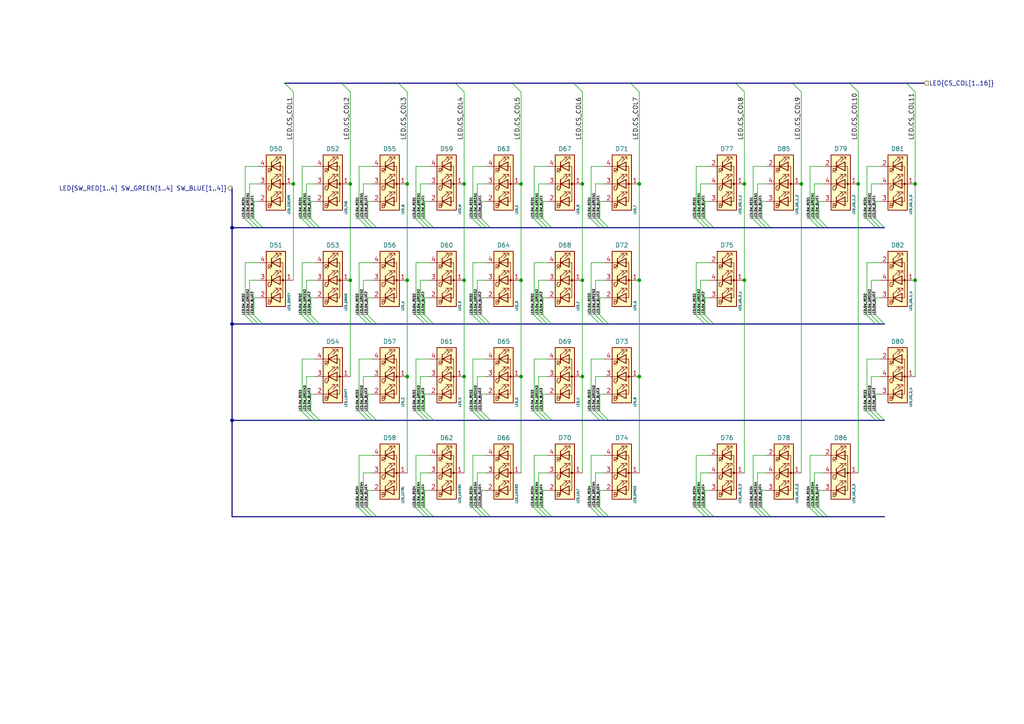
<source format=kicad_sch>
(kicad_sch (version 20211123) (generator eeschema)
  (paper "A4")
  (lib_symbols
    (symbol "Device:LED_ABGR" (pin_names (offset 0) hide)
      (property "Reference" "D" (at 0 9.398 0))
      (property "Value" "LED_ABGR" (at 0 -8.89 0))
      (symbol "LED_ABGR_0_0"
        (text "B" (at -1.905 -6.35 0) (effects (font (size 1.27 1.27))))
        (text "G" (at -1.905 -1.27 0) (effects (font (size 1.27 1.27))))
        (text "R" (at -1.905 3.81 0) (effects (font (size 1.27 1.27))))
      )
      (symbol "LED_ABGR_0_1"
        (polyline (pts (xy -1.27 -5.08) (xy -2.54 -5.08)))
        (polyline (pts (xy -1.27 -5.08) (xy 1.27 -5.08)))
        (polyline (pts (xy -1.27 -3.81) (xy -1.27 -6.35)) (stroke (width 0.254)))
        (polyline (pts (xy -1.27 0) (xy -2.54 0)))
        (polyline (pts (xy -1.27 1.27) (xy -1.27 -1.27)) (stroke (width 0.254)))
        (polyline (pts (xy -1.27 5.08) (xy -2.54 5.08)))
        (polyline (pts (xy -1.27 5.08) (xy 1.27 5.08)))
        (polyline (pts (xy -1.27 6.35) (xy -1.27 3.81)) (stroke (width 0.254)))
        (polyline (pts (xy 1.27 0) (xy -1.27 0)))
        (polyline (pts (xy 1.27 0) (xy 2.54 0)))
        (polyline (pts (xy -1.27 1.27) (xy -1.27 -1.27) (xy -1.27 -1.27)))
        (polyline (pts (xy -1.27 6.35) (xy -1.27 3.81) (xy -1.27 3.81)))
        (polyline (pts (xy 1.27 -5.08) (xy 2.032 -5.08) (xy 2.032 5.08) (xy 1.27 5.08)))
        (polyline (pts (xy 1.27 -3.81) (xy 1.27 -6.35) (xy -1.27 -5.08) (xy 1.27 -3.81)) (stroke (width 0.254)))
        (polyline (pts (xy 1.27 1.27) (xy 1.27 -1.27) (xy -1.27 0) (xy 1.27 1.27)) (stroke (width 0.254)))
        (polyline (pts (xy 1.27 6.35) (xy 1.27 3.81) (xy -1.27 5.08) (xy 1.27 6.35)) (stroke (width 0.254)))
        (polyline (pts (xy -1.016 -3.81) (xy 0.508 -2.286) (xy -0.254 -2.286) (xy 0.508 -2.286) (xy 0.508 -3.048)))
        (polyline (pts (xy -1.016 1.27) (xy 0.508 2.794) (xy -0.254 2.794) (xy 0.508 2.794) (xy 0.508 2.032)))
        (polyline (pts (xy -1.016 6.35) (xy 0.508 7.874) (xy -0.254 7.874) (xy 0.508 7.874) (xy 0.508 7.112)))
        (polyline (pts (xy 0 -3.81) (xy 1.524 -2.286) (xy 0.762 -2.286) (xy 1.524 -2.286) (xy 1.524 -3.048)))
        (polyline (pts (xy 0 1.27) (xy 1.524 2.794) (xy 0.762 2.794) (xy 1.524 2.794) (xy 1.524 2.032)))
        (polyline (pts (xy 0 6.35) (xy 1.524 7.874) (xy 0.762 7.874) (xy 1.524 7.874) (xy 1.524 7.112)))
        (rectangle (start 1.27 -1.27) (end 1.27 1.27))
        (rectangle (start 1.27 1.27) (end 1.27 1.27))
        (rectangle (start 1.27 3.81) (end 1.27 6.35))
        (rectangle (start 1.27 6.35) (end 1.27 6.35))
        (circle (center 2.032 0) (radius 0.254) (fill (type outline)))
        (rectangle (start 2.794 8.382) (end -2.794 -7.62) (stroke (width 0.254)) (fill (type background)))
      )
      (symbol "LED_ABGR_1_1"
        (pin passive line (at 5.08 0 180) (length 2.54) (name "A") (number "1"))
        (pin passive line (at -5.08 -5.08 0) (length 2.54) (name "BK") (number "2"))
        (pin passive line (at -5.08 0 0) (length 2.54) (name "GK") (number "3"))
        (pin passive line (at -5.08 5.08 0) (length 2.54) (name "RK") (number "4"))
      )
    )
    (symbol "Device:LED_ARBG" (pin_names (offset 0) hide)
      (property "Reference" "D" (at 0 9.398 0))
      (property "Value" "LED_ARBG" (at 0 -8.89 0))
      (symbol "LED_ARBG_0_0"
        (text "B" (at -1.905 -6.35 0) (effects (font (size 1.27 1.27))))
        (text "G" (at -1.905 -1.27 0) (effects (font (size 1.27 1.27))))
        (text "R" (at -1.905 3.81 0) (effects (font (size 1.27 1.27))))
      )
      (symbol "LED_ARBG_0_1"
        (polyline (pts (xy -1.27 -5.08) (xy -2.54 -5.08)))
        (polyline (pts (xy -1.27 -5.08) (xy 1.27 -5.08)))
        (polyline (pts (xy -1.27 -3.81) (xy -1.27 -6.35)) (stroke (width 0.254)))
        (polyline (pts (xy -1.27 0) (xy -2.54 0)))
        (polyline (pts (xy -1.27 1.27) (xy -1.27 -1.27)) (stroke (width 0.254)))
        (polyline (pts (xy -1.27 5.08) (xy -2.54 5.08)))
        (polyline (pts (xy -1.27 5.08) (xy 1.27 5.08)))
        (polyline (pts (xy -1.27 6.35) (xy -1.27 3.81)) (stroke (width 0.254)))
        (polyline (pts (xy 1.27 0) (xy -1.27 0)))
        (polyline (pts (xy 1.27 0) (xy 2.54 0)))
        (polyline (pts (xy -1.27 1.27) (xy -1.27 -1.27) (xy -1.27 -1.27)))
        (polyline (pts (xy -1.27 6.35) (xy -1.27 3.81) (xy -1.27 3.81)))
        (polyline (pts (xy 1.27 -5.08) (xy 2.032 -5.08) (xy 2.032 5.08) (xy 1.27 5.08)))
        (polyline (pts (xy 1.27 -3.81) (xy 1.27 -6.35) (xy -1.27 -5.08) (xy 1.27 -3.81)) (stroke (width 0.254)))
        (polyline (pts (xy 1.27 1.27) (xy 1.27 -1.27) (xy -1.27 0) (xy 1.27 1.27)) (stroke (width 0.254)))
        (polyline (pts (xy 1.27 6.35) (xy 1.27 3.81) (xy -1.27 5.08) (xy 1.27 6.35)) (stroke (width 0.254)))
        (polyline (pts (xy -1.016 -3.81) (xy 0.508 -2.286) (xy -0.254 -2.286) (xy 0.508 -2.286) (xy 0.508 -3.048)))
        (polyline (pts (xy -1.016 1.27) (xy 0.508 2.794) (xy -0.254 2.794) (xy 0.508 2.794) (xy 0.508 2.032)))
        (polyline (pts (xy -1.016 6.35) (xy 0.508 7.874) (xy -0.254 7.874) (xy 0.508 7.874) (xy 0.508 7.112)))
        (polyline (pts (xy 0 -3.81) (xy 1.524 -2.286) (xy 0.762 -2.286) (xy 1.524 -2.286) (xy 1.524 -3.048)))
        (polyline (pts (xy 0 1.27) (xy 1.524 2.794) (xy 0.762 2.794) (xy 1.524 2.794) (xy 1.524 2.032)))
        (polyline (pts (xy 0 6.35) (xy 1.524 7.874) (xy 0.762 7.874) (xy 1.524 7.874) (xy 1.524 7.112)))
        (rectangle (start 1.27 -1.27) (end 1.27 1.27))
        (rectangle (start 1.27 1.27) (end 1.27 1.27))
        (rectangle (start 1.27 3.81) (end 1.27 6.35))
        (rectangle (start 1.27 6.35) (end 1.27 6.35))
        (circle (center 2.032 0) (radius 0.254) (fill (type outline)))
        (rectangle (start 2.794 8.382) (end -2.794 -7.62) (stroke (width 0.254)) (fill (type background)))
      )
      (symbol "LED_ARBG_1_1"
        (pin passive line (at 5.08 0 180) (length 2.54) (name "A") (number "1"))
        (pin passive line (at -5.08 5.08 0) (length 2.54) (name "RK") (number "2"))
        (pin passive line (at -5.08 -5.08 0) (length 2.54) (name "BK") (number "3"))
        (pin passive line (at -5.08 0 0) (length 2.54) (name "GK") (number "4"))
      )
    )
  )
  (junction (at 185.42 53.34))
  (junction (at 215.9 53.34))
  (junction (at 118.11 109.22))
  (junction (at 215.9 81.28))
  (junction (at 265.43 53.34))
  (junction (at 101.6 53.34))
  (junction (at 265.43 81.28))
  (junction (at 67.31 121.92))
  (junction (at 185.42 81.28))
  (junction (at 85.09 53.34))
  (junction (at 168.91 53.34))
  (junction (at 134.62 81.28))
  (junction (at 168.91 81.28))
  (junction (at 134.62 109.22))
  (junction (at 67.31 66.04))
  (junction (at 248.92 53.34))
  (junction (at 134.62 53.34))
  (junction (at 151.13 109.22))
  (junction (at 168.91 109.22))
  (junction (at 151.13 81.28))
  (junction (at 67.31 93.98))
  (junction (at 151.13 53.34))
  (junction (at 118.11 81.28))
  (junction (at 185.42 109.22))
  (junction (at 232.41 53.34))
  (junction (at 101.6 81.28))
  (junction (at 118.11 53.34))
  (bus_entry (at 172.72 91.44) (size 2.54 2.54))
  (bus_entry (at 254 63.5) (size 2.54 2.54))
  (bus_entry (at 106.68 147.32) (size 2.54 2.54))
  (bus_entry (at 139.7 119.38) (size 2.54 2.54))
  (bus_entry (at 173.99 119.38) (size 2.54 2.54))
  (bus_entry (at 156.21 119.38) (size 2.54 2.54))
  (bus_entry (at 90.17 119.38) (size 2.54 2.54))
  (bus_entry (at 139.7 147.32) (size 2.54 2.54))
  (bus_entry (at 72.39 91.44) (size 2.54 2.54))
  (bus_entry (at 219.71 63.5) (size 2.54 2.54))
  (bus_entry (at 120.65 147.32) (size 2.54 2.54))
  (bus_entry (at 157.48 119.38) (size 2.54 2.54))
  (bus_entry (at 105.41 147.32) (size 2.54 2.54))
  (bus_entry (at 204.47 147.32) (size 2.54 2.54))
  (bus_entry (at 88.9 91.44) (size 2.54 2.54))
  (bus_entry (at 137.16 91.44) (size 2.54 2.54))
  (bus_entry (at 121.92 147.32) (size 2.54 2.54))
  (bus_entry (at 220.98 147.32) (size 2.54 2.54))
  (bus_entry (at 104.14 91.44) (size 2.54 2.54))
  (bus_entry (at 237.49 63.5) (size 2.54 2.54))
  (bus_entry (at 138.43 119.38) (size 2.54 2.54))
  (bus_entry (at 171.45 91.44) (size 2.54 2.54))
  (bus_entry (at 236.22 147.32) (size 2.54 2.54))
  (bus_entry (at 234.95 63.5) (size 2.54 2.54))
  (bus_entry (at 139.7 91.44) (size 2.54 2.54))
  (bus_entry (at 157.48 91.44) (size 2.54 2.54))
  (bus_entry (at 123.19 119.38) (size 2.54 2.54))
  (bus_entry (at 251.46 63.5) (size 2.54 2.54))
  (bus_entry (at 172.72 119.38) (size 2.54 2.54))
  (bus_entry (at 154.94 91.44) (size 2.54 2.54))
  (bus_entry (at 138.43 91.44) (size 2.54 2.54))
  (bus_entry (at 156.21 147.32) (size 2.54 2.54))
  (bus_entry (at 120.65 91.44) (size 2.54 2.54))
  (bus_entry (at 73.66 91.44) (size 2.54 2.54))
  (bus_entry (at 156.21 91.44) (size 2.54 2.54))
  (bus_entry (at 172.72 147.32) (size 2.54 2.54))
  (bus_entry (at 123.19 91.44) (size 2.54 2.54))
  (bus_entry (at 71.12 91.44) (size 2.54 2.54))
  (bus_entry (at 87.63 119.38) (size 2.54 2.54))
  (bus_entry (at 173.99 147.32) (size 2.54 2.54))
  (bus_entry (at 104.14 147.32) (size 2.54 2.54))
  (bus_entry (at 254 91.44) (size 2.54 2.54))
  (bus_entry (at 236.22 63.5) (size 2.54 2.54))
  (bus_entry (at 154.94 147.32) (size 2.54 2.54))
  (bus_entry (at 171.45 119.38) (size 2.54 2.54))
  (bus_entry (at 251.46 91.44) (size 2.54 2.54))
  (bus_entry (at 173.99 91.44) (size 2.54 2.54))
  (bus_entry (at 203.2 147.32) (size 2.54 2.54))
  (bus_entry (at 154.94 119.38) (size 2.54 2.54))
  (bus_entry (at 137.16 119.38) (size 2.54 2.54))
  (bus_entry (at 218.44 63.5) (size 2.54 2.54))
  (bus_entry (at 252.73 63.5) (size 2.54 2.54))
  (bus_entry (at 106.68 119.38) (size 2.54 2.54))
  (bus_entry (at 182.88 24.13) (size 2.54 2.54))
  (bus_entry (at 213.36 24.13) (size 2.54 2.54))
  (bus_entry (at 229.87 24.13) (size 2.54 2.54))
  (bus_entry (at 166.37 24.13) (size 2.54 2.54))
  (bus_entry (at 148.59 24.13) (size 2.54 2.54))
  (bus_entry (at 99.06 24.13) (size 2.54 2.54))
  (bus_entry (at 132.08 24.13) (size 2.54 2.54))
  (bus_entry (at 115.57 24.13) (size 2.54 2.54))
  (bus_entry (at 82.55 24.13) (size 2.54 2.54))
  (bus_entry (at 157.48 147.32) (size 2.54 2.54))
  (bus_entry (at 123.19 147.32) (size 2.54 2.54))
  (bus_entry (at 121.92 91.44) (size 2.54 2.54))
  (bus_entry (at 106.68 91.44) (size 2.54 2.54))
  (bus_entry (at 220.98 63.5) (size 2.54 2.54))
  (bus_entry (at 120.65 119.38) (size 2.54 2.54))
  (bus_entry (at 234.95 147.32) (size 2.54 2.54))
  (bus_entry (at 121.92 119.38) (size 2.54 2.54))
  (bus_entry (at 204.47 63.5) (size 2.54 2.54))
  (bus_entry (at 201.93 63.5) (size 2.54 2.54))
  (bus_entry (at 203.2 63.5) (size 2.54 2.54))
  (bus_entry (at 204.47 91.44) (size 2.54 2.54))
  (bus_entry (at 203.2 91.44) (size 2.54 2.54))
  (bus_entry (at 154.94 63.5) (size 2.54 2.54))
  (bus_entry (at 139.7 63.5) (size 2.54 2.54))
  (bus_entry (at 138.43 63.5) (size 2.54 2.54))
  (bus_entry (at 137.16 63.5) (size 2.54 2.54))
  (bus_entry (at 120.65 63.5) (size 2.54 2.54))
  (bus_entry (at 121.92 63.5) (size 2.54 2.54))
  (bus_entry (at 123.19 63.5) (size 2.54 2.54))
  (bus_entry (at 104.14 63.5) (size 2.54 2.54))
  (bus_entry (at 105.41 63.5) (size 2.54 2.54))
  (bus_entry (at 106.68 63.5) (size 2.54 2.54))
  (bus_entry (at 72.39 63.5) (size 2.54 2.54))
  (bus_entry (at 73.66 63.5) (size 2.54 2.54))
  (bus_entry (at 71.12 63.5) (size 2.54 2.54))
  (bus_entry (at 90.17 63.5) (size 2.54 2.54))
  (bus_entry (at 87.63 63.5) (size 2.54 2.54))
  (bus_entry (at 88.9 63.5) (size 2.54 2.54))
  (bus_entry (at 157.48 63.5) (size 2.54 2.54))
  (bus_entry (at 156.21 63.5) (size 2.54 2.54))
  (bus_entry (at 173.99 63.5) (size 2.54 2.54))
  (bus_entry (at 171.45 63.5) (size 2.54 2.54))
  (bus_entry (at 201.93 91.44) (size 2.54 2.54))
  (bus_entry (at 172.72 63.5) (size 2.54 2.54))
  (bus_entry (at 237.49 147.32) (size 2.54 2.54))
  (bus_entry (at 251.46 119.38) (size 2.54 2.54))
  (bus_entry (at 105.41 119.38) (size 2.54 2.54))
  (bus_entry (at 138.43 147.32) (size 2.54 2.54))
  (bus_entry (at 201.93 147.32) (size 2.54 2.54))
  (bus_entry (at 88.9 119.38) (size 2.54 2.54))
  (bus_entry (at 104.14 119.38) (size 2.54 2.54))
  (bus_entry (at 252.73 91.44) (size 2.54 2.54))
  (bus_entry (at 252.73 119.38) (size 2.54 2.54))
  (bus_entry (at 218.44 147.32) (size 2.54 2.54))
  (bus_entry (at 219.71 147.32) (size 2.54 2.54))
  (bus_entry (at 254 119.38) (size 2.54 2.54))
  (bus_entry (at 105.41 91.44) (size 2.54 2.54))
  (bus_entry (at 90.17 91.44) (size 2.54 2.54))
  (bus_entry (at 87.63 91.44) (size 2.54 2.54))
  (bus_entry (at 246.38 24.13) (size 2.54 2.54))
  (bus_entry (at 262.89 24.13) (size 2.54 2.54))
  (bus_entry (at 137.16 147.32) (size 2.54 2.54))
  (bus_entry (at 171.45 147.32) (size 2.54 2.54))
  (wire (pts (xy 218.44 132.08) (xy 218.44 147.32)))
  (wire (pts (xy 222.25 58.42) (xy 220.98 58.42)))
  (bus (pts (xy 222.25 66.04) (xy 223.52 66.04)))
  (wire (pts (xy 232.41 53.34) (xy 232.41 137.16)))
  (bus (pts (xy 158.75 93.98) (xy 160.02 93.98)))
  (bus (pts (xy 67.31 66.04) (xy 67.31 93.98)))
  (wire (pts (xy 156.21 137.16) (xy 156.21 147.32)))
  (bus (pts (xy 106.68 93.98) (xy 107.95 93.98)))
  (bus (pts (xy 140.97 93.98) (xy 142.24 93.98)))
  (wire (pts (xy 106.68 114.3) (xy 106.68 119.38)))
  (wire (pts (xy 74.93 86.36) (xy 73.66 86.36)))
  (wire (pts (xy 232.41 26.67) (xy 232.41 53.34)))
  (wire (pts (xy 105.41 137.16) (xy 105.41 147.32)))
  (wire (pts (xy 158.75 81.28) (xy 156.21 81.28)))
  (bus (pts (xy 238.76 149.86) (xy 240.03 149.86)))
  (wire (pts (xy 154.94 132.08) (xy 154.94 147.32)))
  (wire (pts (xy 104.14 48.26) (xy 104.14 63.5)))
  (wire (pts (xy 74.93 53.34) (xy 72.39 53.34)))
  (wire (pts (xy 205.74 142.24) (xy 204.47 142.24)))
  (bus (pts (xy 142.24 149.86) (xy 157.48 149.86)))
  (wire (pts (xy 91.44 81.28) (xy 88.9 81.28)))
  (wire (pts (xy 201.93 76.2) (xy 201.93 91.44)))
  (wire (pts (xy 201.93 132.08) (xy 201.93 147.32)))
  (wire (pts (xy 175.26 81.28) (xy 172.72 81.28)))
  (wire (pts (xy 106.68 86.36) (xy 106.68 91.44)))
  (wire (pts (xy 124.46 109.22) (xy 121.92 109.22)))
  (wire (pts (xy 124.46 137.16) (xy 121.92 137.16)))
  (wire (pts (xy 158.75 132.08) (xy 154.94 132.08)))
  (wire (pts (xy 137.16 132.08) (xy 137.16 147.32)))
  (wire (pts (xy 157.48 58.42) (xy 157.48 63.5)))
  (wire (pts (xy 87.63 104.14) (xy 87.63 119.38)))
  (bus (pts (xy 175.26 66.04) (xy 176.53 66.04)))
  (bus (pts (xy 157.48 149.86) (xy 158.75 149.86)))
  (bus (pts (xy 91.44 93.98) (xy 92.71 93.98)))
  (wire (pts (xy 203.2 137.16) (xy 203.2 147.32)))
  (wire (pts (xy 120.65 104.14) (xy 120.65 119.38)))
  (bus (pts (xy 109.22 121.92) (xy 123.19 121.92)))
  (bus (pts (xy 157.48 66.04) (xy 158.75 66.04)))
  (wire (pts (xy 118.11 81.28) (xy 118.11 109.22)))
  (wire (pts (xy 215.9 26.67) (xy 215.9 53.34)))
  (wire (pts (xy 168.91 109.22) (xy 168.91 137.16)))
  (wire (pts (xy 203.2 81.28) (xy 203.2 91.44)))
  (wire (pts (xy 121.92 137.16) (xy 121.92 147.32)))
  (wire (pts (xy 107.95 137.16) (xy 105.41 137.16)))
  (wire (pts (xy 124.46 86.36) (xy 123.19 86.36)))
  (wire (pts (xy 222.25 53.34) (xy 219.71 53.34)))
  (bus (pts (xy 67.31 149.86) (xy 106.68 149.86)))
  (bus (pts (xy 176.53 93.98) (xy 204.47 93.98)))
  (wire (pts (xy 156.21 81.28) (xy 156.21 91.44)))
  (bus (pts (xy 254 93.98) (xy 255.27 93.98)))
  (wire (pts (xy 140.97 137.16) (xy 138.43 137.16)))
  (bus (pts (xy 222.25 149.86) (xy 223.52 149.86)))
  (wire (pts (xy 134.62 109.22) (xy 134.62 137.16)))
  (wire (pts (xy 205.74 132.08) (xy 201.93 132.08)))
  (bus (pts (xy 255.27 121.92) (xy 256.54 121.92)))
  (wire (pts (xy 74.93 48.26) (xy 71.12 48.26)))
  (wire (pts (xy 140.97 114.3) (xy 139.7 114.3)))
  (wire (pts (xy 140.97 104.14) (xy 137.16 104.14)))
  (wire (pts (xy 138.43 137.16) (xy 138.43 147.32)))
  (wire (pts (xy 124.46 114.3) (xy 123.19 114.3)))
  (wire (pts (xy 238.76 48.26) (xy 234.95 48.26)))
  (wire (pts (xy 205.74 86.36) (xy 204.47 86.36)))
  (wire (pts (xy 156.21 109.22) (xy 156.21 119.38)))
  (bus (pts (xy 67.31 121.92) (xy 90.17 121.92)))
  (wire (pts (xy 139.7 142.24) (xy 139.7 147.32)))
  (wire (pts (xy 255.27 53.34) (xy 252.73 53.34)))
  (wire (pts (xy 74.93 81.28) (xy 72.39 81.28)))
  (wire (pts (xy 140.97 48.26) (xy 137.16 48.26)))
  (bus (pts (xy 238.76 66.04) (xy 240.03 66.04)))
  (bus (pts (xy 176.53 149.86) (xy 204.47 149.86)))
  (wire (pts (xy 238.76 132.08) (xy 234.95 132.08)))
  (wire (pts (xy 118.11 109.22) (xy 118.11 137.16)))
  (bus (pts (xy 262.89 24.13) (xy 267.97 24.13)))
  (wire (pts (xy 236.22 137.16) (xy 236.22 147.32)))
  (wire (pts (xy 157.48 142.24) (xy 157.48 147.32)))
  (wire (pts (xy 238.76 53.34) (xy 236.22 53.34)))
  (wire (pts (xy 124.46 76.2) (xy 120.65 76.2)))
  (wire (pts (xy 107.95 86.36) (xy 106.68 86.36)))
  (bus (pts (xy 92.71 66.04) (xy 106.68 66.04)))
  (wire (pts (xy 139.7 114.3) (xy 139.7 119.38)))
  (bus (pts (xy 132.08 24.13) (xy 148.59 24.13)))
  (bus (pts (xy 158.75 66.04) (xy 160.02 66.04)))
  (bus (pts (xy 115.57 24.13) (xy 132.08 24.13)))
  (bus (pts (xy 142.24 93.98) (xy 157.48 93.98)))
  (bus (pts (xy 148.59 24.13) (xy 166.37 24.13)))
  (bus (pts (xy 107.95 66.04) (xy 109.22 66.04)))
  (wire (pts (xy 139.7 58.42) (xy 139.7 63.5)))
  (wire (pts (xy 255.27 81.28) (xy 252.73 81.28)))
  (bus (pts (xy 90.17 93.98) (xy 91.44 93.98)))
  (wire (pts (xy 175.26 53.34) (xy 172.72 53.34)))
  (wire (pts (xy 173.99 86.36) (xy 173.99 91.44)))
  (bus (pts (xy 254 121.92) (xy 255.27 121.92)))
  (bus (pts (xy 107.95 93.98) (xy 109.22 93.98)))
  (wire (pts (xy 140.97 58.42) (xy 139.7 58.42)))
  (wire (pts (xy 252.73 81.28) (xy 252.73 91.44)))
  (wire (pts (xy 234.95 48.26) (xy 234.95 63.5)))
  (wire (pts (xy 238.76 137.16) (xy 236.22 137.16)))
  (wire (pts (xy 123.19 142.24) (xy 123.19 147.32)))
  (bus (pts (xy 123.19 93.98) (xy 124.46 93.98)))
  (wire (pts (xy 72.39 81.28) (xy 72.39 91.44)))
  (wire (pts (xy 173.99 114.3) (xy 173.99 119.38)))
  (wire (pts (xy 172.72 81.28) (xy 172.72 91.44)))
  (wire (pts (xy 248.92 26.67) (xy 248.92 53.34)))
  (bus (pts (xy 176.53 121.92) (xy 254 121.92)))
  (wire (pts (xy 124.46 104.14) (xy 120.65 104.14)))
  (wire (pts (xy 138.43 81.28) (xy 138.43 91.44)))
  (bus (pts (xy 67.31 121.92) (xy 67.31 149.86)))
  (wire (pts (xy 219.71 53.34) (xy 219.71 63.5)))
  (wire (pts (xy 134.62 26.67) (xy 134.62 53.34)))
  (wire (pts (xy 101.6 81.28) (xy 101.6 109.22)))
  (wire (pts (xy 255.27 76.2) (xy 251.46 76.2)))
  (wire (pts (xy 175.26 76.2) (xy 171.45 76.2)))
  (wire (pts (xy 185.42 26.67) (xy 185.42 53.34)))
  (wire (pts (xy 255.27 58.42) (xy 254 58.42)))
  (bus (pts (xy 158.75 149.86) (xy 160.02 149.86)))
  (bus (pts (xy 90.17 66.04) (xy 91.44 66.04)))
  (wire (pts (xy 104.14 76.2) (xy 104.14 91.44)))
  (wire (pts (xy 158.75 109.22) (xy 156.21 109.22)))
  (wire (pts (xy 137.16 76.2) (xy 137.16 91.44)))
  (wire (pts (xy 205.74 48.26) (xy 201.93 48.26)))
  (wire (pts (xy 204.47 142.24) (xy 204.47 147.32)))
  (wire (pts (xy 265.43 81.28) (xy 265.43 109.22)))
  (wire (pts (xy 255.27 114.3) (xy 254 114.3)))
  (wire (pts (xy 151.13 53.34) (xy 151.13 81.28)))
  (wire (pts (xy 251.46 48.26) (xy 251.46 63.5)))
  (bus (pts (xy 125.73 66.04) (xy 139.7 66.04)))
  (wire (pts (xy 205.74 81.28) (xy 203.2 81.28)))
  (bus (pts (xy 91.44 121.92) (xy 92.71 121.92)))
  (bus (pts (xy 82.55 24.13) (xy 99.06 24.13)))
  (wire (pts (xy 118.11 26.67) (xy 118.11 53.34)))
  (bus (pts (xy 124.46 66.04) (xy 125.73 66.04)))
  (wire (pts (xy 124.46 142.24) (xy 123.19 142.24)))
  (bus (pts (xy 107.95 121.92) (xy 109.22 121.92)))
  (wire (pts (xy 158.75 48.26) (xy 154.94 48.26)))
  (wire (pts (xy 205.74 76.2) (xy 201.93 76.2)))
  (wire (pts (xy 124.46 58.42) (xy 123.19 58.42)))
  (wire (pts (xy 73.66 58.42) (xy 73.66 63.5)))
  (bus (pts (xy 173.99 93.98) (xy 175.26 93.98)))
  (bus (pts (xy 237.49 66.04) (xy 238.76 66.04)))
  (wire (pts (xy 90.17 86.36) (xy 90.17 91.44)))
  (bus (pts (xy 220.98 66.04) (xy 222.25 66.04)))
  (bus (pts (xy 204.47 66.04) (xy 205.74 66.04)))
  (bus (pts (xy 124.46 93.98) (xy 125.73 93.98)))
  (bus (pts (xy 223.52 66.04) (xy 237.49 66.04)))
  (wire (pts (xy 254 58.42) (xy 254 63.5)))
  (bus (pts (xy 73.66 93.98) (xy 74.93 93.98)))
  (wire (pts (xy 124.46 48.26) (xy 120.65 48.26)))
  (wire (pts (xy 87.63 48.26) (xy 87.63 63.5)))
  (wire (pts (xy 107.95 48.26) (xy 104.14 48.26)))
  (wire (pts (xy 140.97 86.36) (xy 139.7 86.36)))
  (bus (pts (xy 109.22 149.86) (xy 123.19 149.86)))
  (wire (pts (xy 172.72 53.34) (xy 172.72 63.5)))
  (wire (pts (xy 215.9 81.28) (xy 215.9 137.16)))
  (wire (pts (xy 254 86.36) (xy 254 91.44)))
  (wire (pts (xy 140.97 132.08) (xy 137.16 132.08)))
  (bus (pts (xy 139.7 93.98) (xy 140.97 93.98)))
  (bus (pts (xy 255.27 66.04) (xy 256.54 66.04)))
  (bus (pts (xy 207.01 66.04) (xy 220.98 66.04)))
  (wire (pts (xy 91.44 48.26) (xy 87.63 48.26)))
  (wire (pts (xy 251.46 104.14) (xy 251.46 119.38)))
  (wire (pts (xy 124.46 53.34) (xy 121.92 53.34)))
  (bus (pts (xy 99.06 24.13) (xy 115.57 24.13)))
  (wire (pts (xy 88.9 53.34) (xy 88.9 63.5)))
  (bus (pts (xy 67.31 54.61) (xy 67.31 66.04)))
  (bus (pts (xy 106.68 149.86) (xy 107.95 149.86)))
  (wire (pts (xy 222.25 137.16) (xy 219.71 137.16)))
  (wire (pts (xy 158.75 104.14) (xy 154.94 104.14)))
  (wire (pts (xy 252.73 109.22) (xy 252.73 119.38)))
  (wire (pts (xy 175.26 109.22) (xy 172.72 109.22)))
  (wire (pts (xy 248.92 53.34) (xy 248.92 137.16)))
  (bus (pts (xy 142.24 66.04) (xy 157.48 66.04)))
  (wire (pts (xy 107.95 132.08) (xy 104.14 132.08)))
  (wire (pts (xy 172.72 109.22) (xy 172.72 119.38)))
  (bus (pts (xy 175.26 93.98) (xy 176.53 93.98)))
  (wire (pts (xy 151.13 109.22) (xy 151.13 137.16)))
  (wire (pts (xy 237.49 142.24) (xy 237.49 147.32)))
  (wire (pts (xy 222.25 132.08) (xy 218.44 132.08)))
  (wire (pts (xy 134.62 81.28) (xy 134.62 109.22)))
  (wire (pts (xy 104.14 132.08) (xy 104.14 147.32)))
  (wire (pts (xy 154.94 104.14) (xy 154.94 119.38)))
  (wire (pts (xy 218.44 48.26) (xy 218.44 63.5)))
  (wire (pts (xy 91.44 76.2) (xy 87.63 76.2)))
  (wire (pts (xy 85.09 53.34) (xy 85.09 81.28)))
  (bus (pts (xy 142.24 121.92) (xy 157.48 121.92)))
  (bus (pts (xy 160.02 121.92) (xy 173.99 121.92)))
  (wire (pts (xy 137.16 104.14) (xy 137.16 119.38)))
  (wire (pts (xy 123.19 114.3) (xy 123.19 119.38)))
  (bus (pts (xy 173.99 121.92) (xy 175.26 121.92)))
  (wire (pts (xy 118.11 53.34) (xy 118.11 81.28)))
  (wire (pts (xy 156.21 53.34) (xy 156.21 63.5)))
  (wire (pts (xy 158.75 53.34) (xy 156.21 53.34)))
  (bus (pts (xy 205.74 93.98) (xy 207.01 93.98)))
  (bus (pts (xy 205.74 66.04) (xy 207.01 66.04)))
  (wire (pts (xy 90.17 114.3) (xy 90.17 119.38)))
  (bus (pts (xy 157.48 93.98) (xy 158.75 93.98)))
  (bus (pts (xy 160.02 149.86) (xy 173.99 149.86)))
  (wire (pts (xy 121.92 81.28) (xy 121.92 91.44)))
  (bus (pts (xy 240.03 66.04) (xy 254 66.04)))
  (bus (pts (xy 139.7 121.92) (xy 140.97 121.92)))
  (bus (pts (xy 107.95 149.86) (xy 109.22 149.86)))
  (wire (pts (xy 140.97 76.2) (xy 137.16 76.2)))
  (wire (pts (xy 171.45 48.26) (xy 171.45 63.5)))
  (wire (pts (xy 205.74 53.34) (xy 203.2 53.34)))
  (wire (pts (xy 173.99 142.24) (xy 173.99 147.32)))
  (wire (pts (xy 71.12 76.2) (xy 71.12 91.44)))
  (bus (pts (xy 205.74 149.86) (xy 207.01 149.86)))
  (wire (pts (xy 140.97 53.34) (xy 138.43 53.34)))
  (wire (pts (xy 238.76 58.42) (xy 237.49 58.42)))
  (wire (pts (xy 120.65 76.2) (xy 120.65 91.44)))
  (wire (pts (xy 175.26 48.26) (xy 171.45 48.26)))
  (wire (pts (xy 171.45 76.2) (xy 171.45 91.44)))
  (wire (pts (xy 234.95 132.08) (xy 234.95 147.32)))
  (wire (pts (xy 265.43 53.34) (xy 265.43 81.28)))
  (bus (pts (xy 123.19 121.92) (xy 124.46 121.92)))
  (wire (pts (xy 107.95 109.22) (xy 105.41 109.22)))
  (wire (pts (xy 185.42 81.28) (xy 185.42 109.22)))
  (wire (pts (xy 140.97 81.28) (xy 138.43 81.28)))
  (wire (pts (xy 222.25 48.26) (xy 218.44 48.26)))
  (bus (pts (xy 158.75 121.92) (xy 160.02 121.92)))
  (bus (pts (xy 237.49 149.86) (xy 238.76 149.86)))
  (wire (pts (xy 91.44 53.34) (xy 88.9 53.34)))
  (wire (pts (xy 236.22 53.34) (xy 236.22 63.5)))
  (bus (pts (xy 220.98 149.86) (xy 222.25 149.86)))
  (wire (pts (xy 123.19 58.42) (xy 123.19 63.5)))
  (wire (pts (xy 123.19 86.36) (xy 123.19 91.44)))
  (bus (pts (xy 67.31 66.04) (xy 73.66 66.04)))
  (wire (pts (xy 107.95 142.24) (xy 106.68 142.24)))
  (wire (pts (xy 157.48 86.36) (xy 157.48 91.44)))
  (bus (pts (xy 123.19 149.86) (xy 124.46 149.86)))
  (wire (pts (xy 168.91 26.67) (xy 168.91 53.34)))
  (wire (pts (xy 107.95 58.42) (xy 106.68 58.42)))
  (wire (pts (xy 220.98 142.24) (xy 220.98 147.32)))
  (wire (pts (xy 107.95 53.34) (xy 105.41 53.34)))
  (bus (pts (xy 125.73 93.98) (xy 139.7 93.98)))
  (wire (pts (xy 175.26 137.16) (xy 172.72 137.16)))
  (wire (pts (xy 201.93 48.26) (xy 201.93 63.5)))
  (bus (pts (xy 240.03 149.86) (xy 256.54 149.86)))
  (bus (pts (xy 140.97 149.86) (xy 142.24 149.86)))
  (wire (pts (xy 175.26 114.3) (xy 173.99 114.3)))
  (wire (pts (xy 205.74 58.42) (xy 204.47 58.42)))
  (wire (pts (xy 158.75 58.42) (xy 157.48 58.42)))
  (bus (pts (xy 204.47 149.86) (xy 205.74 149.86)))
  (bus (pts (xy 175.26 149.86) (xy 176.53 149.86)))
  (wire (pts (xy 204.47 58.42) (xy 204.47 63.5)))
  (wire (pts (xy 168.91 81.28) (xy 168.91 109.22)))
  (bus (pts (xy 204.47 93.98) (xy 205.74 93.98)))
  (wire (pts (xy 139.7 86.36) (xy 139.7 91.44)))
  (wire (pts (xy 106.68 58.42) (xy 106.68 63.5)))
  (bus (pts (xy 67.31 93.98) (xy 73.66 93.98)))
  (bus (pts (xy 176.53 66.04) (xy 204.47 66.04)))
  (wire (pts (xy 120.65 132.08) (xy 120.65 147.32)))
  (wire (pts (xy 158.75 114.3) (xy 157.48 114.3)))
  (bus (pts (xy 124.46 149.86) (xy 125.73 149.86)))
  (bus (pts (xy 106.68 66.04) (xy 107.95 66.04)))
  (wire (pts (xy 72.39 53.34) (xy 72.39 63.5)))
  (wire (pts (xy 90.17 58.42) (xy 90.17 63.5)))
  (wire (pts (xy 204.47 86.36) (xy 204.47 91.44)))
  (wire (pts (xy 104.14 104.14) (xy 104.14 119.38)))
  (wire (pts (xy 171.45 132.08) (xy 171.45 147.32)))
  (wire (pts (xy 124.46 132.08) (xy 120.65 132.08)))
  (bus (pts (xy 91.44 66.04) (xy 92.71 66.04)))
  (wire (pts (xy 251.46 76.2) (xy 251.46 91.44)))
  (wire (pts (xy 140.97 142.24) (xy 139.7 142.24)))
  (wire (pts (xy 138.43 53.34) (xy 138.43 63.5)))
  (wire (pts (xy 87.63 76.2) (xy 87.63 91.44)))
  (wire (pts (xy 205.74 137.16) (xy 203.2 137.16)))
  (wire (pts (xy 107.95 81.28) (xy 105.41 81.28)))
  (wire (pts (xy 107.95 76.2) (xy 104.14 76.2)))
  (bus (pts (xy 124.46 121.92) (xy 125.73 121.92)))
  (wire (pts (xy 158.75 86.36) (xy 157.48 86.36)))
  (wire (pts (xy 158.75 76.2) (xy 154.94 76.2)))
  (bus (pts (xy 109.22 93.98) (xy 123.19 93.98)))
  (wire (pts (xy 91.44 114.3) (xy 90.17 114.3)))
  (bus (pts (xy 109.22 66.04) (xy 123.19 66.04)))
  (bus (pts (xy 74.93 66.04) (xy 76.2 66.04)))
  (wire (pts (xy 91.44 109.22) (xy 88.9 109.22)))
  (bus (pts (xy 160.02 66.04) (xy 173.99 66.04)))
  (wire (pts (xy 105.41 109.22) (xy 105.41 119.38)))
  (wire (pts (xy 71.12 48.26) (xy 71.12 63.5)))
  (bus (pts (xy 229.87 24.13) (xy 246.38 24.13)))
  (wire (pts (xy 154.94 76.2) (xy 154.94 91.44)))
  (wire (pts (xy 101.6 53.34) (xy 101.6 81.28)))
  (wire (pts (xy 175.26 104.14) (xy 171.45 104.14)))
  (wire (pts (xy 74.93 58.42) (xy 73.66 58.42)))
  (wire (pts (xy 238.76 142.24) (xy 237.49 142.24)))
  (wire (pts (xy 255.27 86.36) (xy 254 86.36)))
  (bus (pts (xy 213.36 24.13) (xy 229.87 24.13)))
  (wire (pts (xy 158.75 137.16) (xy 156.21 137.16)))
  (wire (pts (xy 105.41 53.34) (xy 105.41 63.5)))
  (bus (pts (xy 140.97 121.92) (xy 142.24 121.92)))
  (bus (pts (xy 74.93 93.98) (xy 76.2 93.98)))
  (wire (pts (xy 171.45 104.14) (xy 171.45 119.38)))
  (bus (pts (xy 223.52 149.86) (xy 237.49 149.86)))
  (wire (pts (xy 154.94 48.26) (xy 154.94 63.5)))
  (bus (pts (xy 139.7 66.04) (xy 140.97 66.04)))
  (wire (pts (xy 134.62 53.34) (xy 134.62 81.28)))
  (wire (pts (xy 203.2 53.34) (xy 203.2 63.5)))
  (wire (pts (xy 88.9 81.28) (xy 88.9 91.44)))
  (wire (pts (xy 105.41 81.28) (xy 105.41 91.44)))
  (bus (pts (xy 157.48 121.92) (xy 158.75 121.92)))
  (bus (pts (xy 92.71 93.98) (xy 106.68 93.98)))
  (wire (pts (xy 74.93 76.2) (xy 71.12 76.2)))
  (wire (pts (xy 157.48 114.3) (xy 157.48 119.38)))
  (bus (pts (xy 173.99 149.86) (xy 175.26 149.86)))
  (bus (pts (xy 182.88 24.13) (xy 213.36 24.13)))
  (wire (pts (xy 255.27 48.26) (xy 251.46 48.26)))
  (bus (pts (xy 140.97 66.04) (xy 142.24 66.04)))
  (wire (pts (xy 140.97 109.22) (xy 138.43 109.22)))
  (wire (pts (xy 101.6 26.67) (xy 101.6 53.34)))
  (wire (pts (xy 124.46 81.28) (xy 121.92 81.28)))
  (wire (pts (xy 237.49 58.42) (xy 237.49 63.5)))
  (wire (pts (xy 107.95 104.14) (xy 104.14 104.14)))
  (wire (pts (xy 265.43 26.67) (xy 265.43 53.34)))
  (bus (pts (xy 175.26 121.92) (xy 176.53 121.92)))
  (wire (pts (xy 172.72 137.16) (xy 172.72 147.32)))
  (bus (pts (xy 254 66.04) (xy 255.27 66.04)))
  (wire (pts (xy 91.44 58.42) (xy 90.17 58.42)))
  (wire (pts (xy 168.91 53.34) (xy 168.91 81.28)))
  (wire (pts (xy 173.99 58.42) (xy 173.99 63.5)))
  (wire (pts (xy 151.13 81.28) (xy 151.13 109.22)))
  (bus (pts (xy 76.2 93.98) (xy 90.17 93.98)))
  (wire (pts (xy 88.9 109.22) (xy 88.9 119.38)))
  (wire (pts (xy 121.92 53.34) (xy 121.92 63.5)))
  (wire (pts (xy 121.92 109.22) (xy 121.92 119.38)))
  (bus (pts (xy 139.7 149.86) (xy 140.97 149.86)))
  (wire (pts (xy 106.68 142.24) (xy 106.68 147.32)))
  (wire (pts (xy 120.65 48.26) (xy 120.65 63.5)))
  (wire (pts (xy 91.44 86.36) (xy 90.17 86.36)))
  (wire (pts (xy 85.09 26.67) (xy 85.09 53.34)))
  (wire (pts (xy 175.26 132.08) (xy 171.45 132.08)))
  (bus (pts (xy 173.99 66.04) (xy 175.26 66.04)))
  (wire (pts (xy 107.95 114.3) (xy 106.68 114.3)))
  (bus (pts (xy 123.19 66.04) (xy 124.46 66.04)))
  (wire (pts (xy 219.71 137.16) (xy 219.71 147.32)))
  (wire (pts (xy 175.26 142.24) (xy 173.99 142.24)))
  (wire (pts (xy 252.73 53.34) (xy 252.73 63.5)))
  (bus (pts (xy 67.31 93.98) (xy 67.31 121.92)))
  (wire (pts (xy 255.27 109.22) (xy 252.73 109.22)))
  (bus (pts (xy 92.71 121.92) (xy 106.68 121.92)))
  (bus (pts (xy 246.38 24.13) (xy 262.89 24.13)))
  (wire (pts (xy 255.27 104.14) (xy 251.46 104.14)))
  (bus (pts (xy 207.01 149.86) (xy 220.98 149.86)))
  (wire (pts (xy 158.75 142.24) (xy 157.48 142.24)))
  (wire (pts (xy 175.26 58.42) (xy 173.99 58.42)))
  (bus (pts (xy 125.73 149.86) (xy 139.7 149.86)))
  (wire (pts (xy 175.26 86.36) (xy 173.99 86.36)))
  (wire (pts (xy 215.9 53.34) (xy 215.9 81.28)))
  (wire (pts (xy 185.42 109.22) (xy 185.42 137.16)))
  (wire (pts (xy 151.13 26.67) (xy 151.13 53.34)))
  (bus (pts (xy 207.01 93.98) (xy 254 93.98)))
  (wire (pts (xy 222.25 142.24) (xy 220.98 142.24)))
  (bus (pts (xy 160.02 93.98) (xy 173.99 93.98)))
  (wire (pts (xy 254 114.3) (xy 254 119.38)))
  (wire (pts (xy 73.66 86.36) (xy 73.66 91.44)))
  (bus (pts (xy 125.73 121.92) (xy 139.7 121.92)))
  (bus (pts (xy 90.17 121.92) (xy 91.44 121.92)))
  (wire (pts (xy 185.42 53.34) (xy 185.42 81.28)))
  (bus (pts (xy 255.27 93.98) (xy 256.54 93.98)))
  (wire (pts (xy 220.98 58.42) (xy 220.98 63.5)))
  (bus (pts (xy 76.2 66.04) (xy 90.17 66.04)))
  (bus (pts (xy 106.68 121.92) (xy 107.95 121.92)))
  (wire (pts (xy 91.44 104.14) (xy 87.63 104.14)))
  (bus (pts (xy 73.66 66.04) (xy 74.93 66.04)))
  (wire (pts (xy 137.16 48.26) (xy 137.16 63.5)))
  (wire (pts (xy 138.43 109.22) (xy 138.43 119.38)))
  (bus (pts (xy 166.37 24.13) (xy 182.88 24.13)))
  (label "LED.SW_GREEN2" (at 121.92 91.44 90) (effects (font (size 0.63 0.63))))
  (label "LED.SW_RED1" (at 234.95 63.5 90) (effects (font (size 0.63 0.63))))
  (label "LED.SW_RED3" (at 104.14 119.38 90) (effects (font (size 0.63 0.63))))
  (label "LED.SW_BLUE1" (at 90.17 63.5 90) (effects (font (size 0.63 0.63))))
  (label "LED.SW_RED2" (at 137.16 91.44 90) (effects (font (size 0.63 0.63))))
  (label "LED.SW_RED1" (at 251.46 63.5 90) (effects (font (size 0.63 0.63))))
  (label "LED.SW_GREEN4" (at 236.22 147.32 90) (effects (font (size 0.63 0.63))))
  (label "LED.SW_BLUE1" (at 106.68 63.5 90) (effects (font (size 0.63 0.63))))
  (label "LED.SW_GREEN1" (at 203.2 63.5 90) (effects (font (size 0.63 0.63))))
  (label "LED.SW_GREEN3" (at 252.73 119.38 90) (effects (font (size 0.63 0.63))))
  (label "LED.SW_RED3" (at 120.65 119.38 90) (effects (font (size 0.63 0.63))))
  (label "LED.SW_RED2" (at 71.12 91.44 90) (effects (font (size 0.63 0.63))))
  (label "LED.SW_GREEN3" (at 105.41 119.38 90) (effects (font (size 0.63 0.63))))
  (label "LED.SW_GREEN4" (at 121.92 147.32 90) (effects (font (size 0.63 0.63))))
  (label "LED.SW_GREEN4" (at 172.72 147.2414 90) (effects (font (size 0.63 0.63))))
  (label "LED.SW_BLUE3" (at 157.48 119.38 90) (effects (font (size 0.63 0.63))))
  (label "LED.SW_RED2" (at 87.63 91.44 90) (effects (font (size 0.63 0.63))))
  (label "LED.SW_GREEN1" (at 252.73 63.5 90) (effects (font (size 0.63 0.63))))
  (label "LED.CS_COL1" (at 85.09 40.64 90))
  (label "LED.SW_BLUE4" (at 173.99 147.2414 90) (effects (font (size 0.63 0.63))))
  (label "LED.SW_GREEN1" (at 172.72 63.5 90) (effects (font (size 0.63 0.63))))
  (label "LED.SW_BLUE1" (at 237.49 63.5 90) (effects (font (size 0.63 0.63))))
  (label "LED.SW_BLUE1" (at 139.7 63.5 90) (effects (font (size 0.63 0.63))))
  (label "LED.CS_COL9" (at 232.41 40.64 90))
  (label "LED.SW_GREEN2" (at 138.43 91.44 90) (effects (font (size 0.63 0.63))))
  (label "LED.SW_BLUE3" (at 173.99 119.38 90) (effects (font (size 0.63 0.63))))
  (label "LED.SW_GREEN4" (at 105.41 147.32 90) (effects (font (size 0.63 0.63))))
  (label "LED.SW_GREEN1" (at 88.9 63.5 90) (effects (font (size 0.63 0.63))))
  (label "LED.SW_BLUE2" (at 73.66 91.44 90) (effects (font (size 0.63 0.63))))
  (label "LED.SW_BLUE3" (at 254 119.38 90) (effects (font (size 0.63 0.63))))
  (label "LED.SW_RED1" (at 71.12 63.5 90) (effects (font (size 0.63 0.63))))
  (label "LED.SW_BLUE4" (at 106.68 147.32 90) (effects (font (size 0.63 0.63))))
  (label "LED.CS_COL4" (at 134.62 40.64 90))
  (label "LED.SW_BLUE1" (at 220.98 63.5 90) (effects (font (size 0.63 0.63))))
  (label "LED.SW_BLUE1" (at 157.48 63.5 90) (effects (font (size 0.63 0.63))))
  (label "LED.SW_RED1" (at 154.94 63.5 90) (effects (font (size 0.63 0.63))))
  (label "LED.SW_GREEN1" (at 138.43 63.5 90) (effects (font (size 0.63 0.63))))
  (label "LED.SW_GREEN2" (at 172.72 91.3442 90) (effects (font (size 0.63 0.63))))
  (label "LED.SW_GREEN4" (at 219.71 147.32 90) (effects (font (size 0.63 0.63))))
  (label "LED.SW_GREEN3" (at 172.72 119.38 90) (effects (font (size 0.63 0.63))))
  (label "LED.SW_BLUE2" (at 90.17 91.44 90) (effects (font (size 0.63 0.63))))
  (label "LED.SW_GREEN2" (at 156.21 91.44 90) (effects (font (size 0.63 0.63))))
  (label "LED.SW_GREEN4" (at 156.21 147.32 90) (effects (font (size 0.63 0.63))))
  (label "LED.SW_RED3" (at 171.45 119.38 90) (effects (font (size 0.63 0.63))))
  (label "LED.SW_RED2" (at 154.94 91.44 90) (effects (font (size 0.63 0.63))))
  (label "LED.SW_RED2" (at 171.45 91.3442 90) (effects (font (size 0.63 0.63))))
  (label "LED.SW_GREEN1" (at 72.39 63.5 90) (effects (font (size 0.63 0.63))))
  (label "LED.SW_BLUE1" (at 173.99 63.5 90) (effects (font (size 0.63 0.63))))
  (label "LED.SW_BLUE2" (at 106.68 91.44 90) (effects (font (size 0.63 0.63))))
  (label "LED.SW_RED1" (at 137.16 63.5 90) (effects (font (size 0.63 0.63))))
  (label "LED.SW_GREEN1" (at 105.41 63.5 90) (effects (font (size 0.63 0.63))))
  (label "LED.SW_BLUE3" (at 90.17 119.38 90) (effects (font (size 0.63 0.63))))
  (label "LED.SW_RED1" (at 218.44 63.5 90) (effects (font (size 0.63 0.63))))
  (label "LED.SW_RED3" (at 87.63 119.38 90) (effects (font (size 0.63 0.63))))
  (label "LED.SW_GREEN1" (at 156.21 63.5 90) (effects (font (size 0.63 0.63))))
  (label "LED.SW_BLUE4" (at 139.7 147.32 90) (effects (font (size 0.63 0.63))))
  (label "LED.SW_GREEN4" (at 203.2 147.32 90) (effects (font (size 0.63 0.63))))
  (label "LED.SW_RED4" (at 137.16 147.32 90) (effects (font (size 0.63 0.63))))
  (label "LED.CS_COL7" (at 185.42 40.64 90))
  (label "LED.CS_COL2" (at 101.6 40.64 90))
  (label "LED.CS_COL6" (at 168.91 40.64 90))
  (label "LED.SW_RED4" (at 154.94 147.32 90) (effects (font (size 0.63 0.63))))
  (label "LED.SW_GREEN1" (at 236.22 63.5 90) (effects (font (size 0.63 0.63))))
  (label "LED.SW_GREEN2" (at 252.73 91.44 90) (effects (font (size 0.63 0.63))))
  (label "LED.CS_COL10" (at 248.92 40.64 90))
  (label "LED.SW_RED4" (at 234.95 147.32 90) (effects (font (size 0.63 0.63))))
  (label "LED.SW_RED1" (at 87.63 63.5 90) (effects (font (size 0.63 0.63))))
  (label "LED.SW_RED1" (at 171.45 63.5 90) (effects (font (size 0.63 0.63))))
  (label "LED.SW_BLUE3" (at 106.68 119.38 90) (effects (font (size 0.63 0.63))))
  (label "LED.CS_COL5" (at 151.13 40.64 90))
  (label "LED.SW_BLUE1" (at 73.66 63.5 90) (effects (font (size 0.63 0.63))))
  (label "LED.CS_COL3" (at 118.11 40.64 90))
  (label "LED.SW_RED3" (at 251.46 119.38 90) (effects (font (size 0.63 0.63))))
  (label "LED.SW_GREEN3" (at 121.92 119.38 90) (effects (font (size 0.63 0.63))))
  (label "LED.SW_BLUE4" (at 204.47 147.32 90) (effects (font (size 0.63 0.63))))
  (label "LED.SW_RED4" (at 171.45 147.2414 90) (effects (font (size 0.63 0.63))))
  (label "LED.SW_RED2" (at 104.14 91.44 90) (effects (font (size 0.63 0.63))))
  (label "LED.SW_BLUE2" (at 204.47 91.44 90) (effects (font (size 0.63 0.63))))
  (label "LED.SW_RED1" (at 201.93 63.5 90) (effects (font (size 0.63 0.63))))
  (label "LED.SW_BLUE1" (at 204.47 63.5 90) (effects (font (size 0.63 0.63))))
  (label "LED.SW_GREEN2" (at 88.9 91.44 90) (effects (font (size 0.63 0.63))))
  (label "LED.SW_BLUE2" (at 123.19 91.44 90) (effects (font (size 0.63 0.63))))
  (label "LED.SW_RED3" (at 154.94 119.38 90) (effects (font (size 0.63 0.63))))
  (label "LED.SW_RED3" (at 137.16 119.38 90) (effects (font (size 0.63 0.63))))
  (label "LED.SW_GREEN4" (at 138.43 147.32 90) (effects (font (size 0.63 0.63))))
  (label "LED.SW_GREEN1" (at 121.92 63.5 90) (effects (font (size 0.63 0.63))))
  (label "LED.SW_GREEN1" (at 219.71 63.5 90) (effects (font (size 0.63 0.63))))
  (label "LED.SW_BLUE1" (at 254 63.5 90) (effects (font (size 0.63 0.63))))
  (label "LED.SW_BLUE4" (at 237.49 147.32 90) (effects (font (size 0.63 0.63))))
  (label "LED.SW_BLUE1" (at 123.19 63.5 90) (effects (font (size 0.63 0.63))))
  (label "LED.SW_RED4" (at 120.65 147.32 90) (effects (font (size 0.63 0.63))))
  (label "LED.SW_BLUE2" (at 173.99 91.3442 90) (effects (font (size 0.63 0.63))))
  (label "LED.SW_RED2" (at 120.65 91.44 90) (effects (font (size 0.63 0.63))))
  (label "LED.SW_BLUE4" (at 157.48 147.32 90) (effects (font (size 0.63 0.63))))
  (label "LED.SW_RED2" (at 201.93 91.44 90) (effects (font (size 0.63 0.63))))
  (label "LED.SW_BLUE2" (at 254 91.44 90) (effects (font (size 0.63 0.63))))
  (label "LED.SW_GREEN3" (at 156.21 119.38 90) (effects (font (size 0.63 0.63))))
  (label "LED.SW_RED2" (at 251.46 91.44 90) (effects (font (size 0.63 0.63))))
  (label "LED.SW_GREEN3" (at 88.9 119.38 90) (effects (font (size 0.63 0.63))))
  (label "LED.CS_COL11" (at 265.43 40.64 90))
  (label "LED.SW_RED1" (at 104.14 63.5 90) (effects (font (size 0.63 0.63))))
  (label "LED.SW_RED4" (at 104.14 147.32 90) (effects (font (size 0.63 0.63))))
  (label "LED.SW_BLUE3" (at 139.7 119.38 90) (effects (font (size 0.63 0.63))))
  (label "LED.SW_BLUE2" (at 139.7 91.44 90) (effects (font (size 0.63 0.63))))
  (label "LED.SW_RED4" (at 218.44 147.32 90) (effects (font (size 0.63 0.63))))
  (label "LED.SW_BLUE4" (at 123.19 147.32 90) (effects (font (size 0.63 0.63))))
  (label "LED.SW_GREEN2" (at 203.2 91.44 90) (effects (font (size 0.63 0.63))))
  (label "LED.SW_BLUE2" (at 157.48 91.44 90) (effects (font (size 0.63 0.63))))
  (label "LED.CS_COL8" (at 215.9 40.64 90))
  (label "LED.SW_RED1" (at 120.65 63.5 90) (effects (font (size 0.63 0.63))))
  (label "LED.SW_GREEN2" (at 105.41 91.44 90) (effects (font (size 0.63 0.63))))
  (label "LED.SW_BLUE4" (at 220.98 147.32 90) (effects (font (size 0.63 0.63))))
  (label "LED.SW_RED4" (at 201.93 147.32 90) (effects (font (size 0.63 0.63))))
  (label "LED.SW_GREEN3" (at 138.43 119.38 90) (effects (font (size 0.63 0.63))))
  (label "LED.SW_BLUE3" (at 123.19 119.38 90) (effects (font (size 0.63 0.63))))
  (label "LED.SW_GREEN2" (at 72.39 91.44 90) (effects (font (size 0.63 0.63))))
  (hierarchical_label "LED{CS_COL[1..16]}" (shape input) (at 267.97 24.13 0))
  (hierarchical_label "LED{SW_RED[1..4] SW_GREEN[1..4] SW_BLUE[1..4]}" (shape output) (at 67.31 54.61 180))
  (symbol (lib_id "Device:LED_ABGR") (at 113.03 137.16 0) (unit 1)
    (property "Reference" "D58" (at 113.03 127 0))
    (property "Value" "LED_LCTRL" (at 116.84 146.05 90) (effects (font (size 0.63 0.63)) (justify left)))
    (property "Footprint" "Nour_KB:155124M173200" (effects hide))
  )
  (symbol (lib_id "Device:LED_ABGR") (at 180.34 137.16 0) (unit 1)
    (property "Reference" "D74" (at 180.34 127 0))
    (property "Value" "LED_SPACE" (at 184.15 146.05 90) (effects (font (size 0.63 0.63)) (justify left)))
    (property "Footprint" "Nour_KB:155124M173200" (effects hide))
  )
  (symbol (lib_id "Device:LED_ABGR") (at 163.83 137.16 0) (unit 1)
    (property "Reference" "D70" (at 163.83 127 0))
    (property "Value" "LED_LALT" (at 167.64 146.05 90) (effects (font (size 0.63 0.63)) (justify left)))
    (property "Footprint" "Nour_KB:155124M173200" (effects hide))
  )
  (symbol (lib_id "Device:LED_ARBG") (at 243.84 137.16 0) (unit 1)
    (property "Reference" "D86" (at 243.84 127 0))
    (property "Value" "LED_UG_2_3" (at 247.65 146.05 90) (effects (font (size 0.63 0.63)) (justify left)))
    (property "Footprint" "Nour_KB:LTRBR37G4R4S012502R18" (effects hide))
  )
  (symbol (lib_id "Device:LED_ARBG") (at 210.82 137.16 0) (unit 1)
    (property "Reference" "D76" (at 210.82 127 0))
    (property "Value" "LED_UG_2_2" (at 214.63 146.05 90) (effects (font (size 0.63 0.63)) (justify left)))
    (property "Footprint" "Nour_KB:LTRBR37G4R4S012502R18" (effects hide))
  )
  (symbol (lib_id "Device:LED_ABGR") (at 146.05 53.34 0) (unit 1)
    (property "Reference" "D63" (at 146.05 43.18 0))
    (property "Value" "LED_E" (at 149.86 62.23 90) (effects (font (size 0.63 0.63)) (justify left)))
    (property "Footprint" "Nour_KB:155124M173200" (effects hide))
  )
  (symbol (lib_id "Device:LED_ABGR") (at 129.54 137.16 0) (unit 1)
    (property "Reference" "D62" (at 129.54 127 0))
    (property "Value" "LED_LAYER1" (at 133.35 146.05 90) (effects (font (size 0.63 0.63)) (justify left)))
    (property "Footprint" "Nour_KB:155124M173200" (effects hide))
  )
  (symbol (lib_id "Device:LED_ABGR") (at 146.05 109.22 0) (unit 1)
    (property "Reference" "D65" (at 146.05 99.06 0))
    (property "Value" "LED_C" (at 149.86 118.11 90) (effects (font (size 0.63 0.63)) (justify left)))
    (property "Footprint" "Nour_KB:155124M173200" (effects hide))
  )
  (symbol (lib_id "Device:LED_ARBG") (at 210.82 53.34 0) (unit 1)
    (property "Reference" "D77" (at 210.82 43.18 0))
    (property "Value" "LED_UG_1_1" (at 214.63 62.23 90) (effects (font (size 0.63 0.63)) (justify left)))
    (property "Footprint" "Nour_KB:LTRBR37G4R4S012502R18" (effects hide))
  )
  (symbol (lib_id "Device:LED_ABGR") (at 163.83 81.28 0) (unit 1)
    (property "Reference" "D68" (at 163.83 71.12 0))
    (property "Value" "LED_F" (at 167.64 90.17 90) (effects (font (size 0.63 0.63)) (justify left)))
    (property "Footprint" "Nour_KB:155124M173200" (effects hide))
  )
  (symbol (lib_id "Device:LED_ABGR") (at 163.83 53.34 0) (unit 1)
    (property "Reference" "D67" (at 163.83 43.18 0))
    (property "Value" "LED_R" (at 167.64 62.23 90) (effects (font (size 0.63 0.63)) (justify left)))
    (property "Footprint" "Nour_KB:155124M173200" (effects hide))
  )
  (symbol (lib_id "Device:LED_ARBG") (at 260.35 109.22 0) (unit 1)
    (property "Reference" "D80" (at 260.35 99.06 0))
    (property "Value" "LED_UG_2_4" (at 264.16 118.11 90) (effects (font (size 0.63 0.63)) (justify left)))
    (property "Footprint" "Nour_KB:LTRBR37G4R4S012502R18" (effects hide))
  )
  (symbol (lib_id "Device:LED_ABGR") (at 163.83 109.22 0) (unit 1)
    (property "Reference" "D69" (at 163.83 99.06 0))
    (property "Value" "LED_V" (at 167.64 118.11 90) (effects (font (size 0.63 0.63)) (justify left)))
    (property "Footprint" "Nour_KB:155124M173200" (effects hide))
  )
  (symbol (lib_id "Device:LED_ARBG") (at 210.82 81.28 0) (unit 1)
    (property "Reference" "D75" (at 210.82 71.12 0))
    (property "Value" "LED_UG_2_1" (at 214.63 90.17 90) (effects (font (size 0.63 0.63)) (justify left)))
    (property "Footprint" "Nour_KB:LTRBR37G4R4S012502R18" (effects hide))
  )
  (symbol (lib_id "Device:LED_ARBG") (at 260.35 53.34 0) (unit 1)
    (property "Reference" "D81" (at 260.35 43.18 0))
    (property "Value" "LED_UG_1_3" (at 264.16 62.23 90) (effects (font (size 0.63 0.63)) (justify left)))
    (property "Footprint" "Nour_KB:LTRBR37G4R4S012502R18" (effects hide))
  )
  (symbol (lib_id "Device:LED_ABGR") (at 80.01 53.34 0) (unit 1)
    (property "Reference" "D50" (at 80.01 43.18 0))
    (property "Value" "LED_ESCAPE" (at 83.82 62.23 90) (effects (font (size 0.63 0.63)) (justify left)))
    (property "Footprint" "Nour_KB:155124M173200" (effects hide))
  )
  (symbol (lib_id "Device:LED_ARBG") (at 260.35 81.28 0) (unit 1)
    (property "Reference" "D82" (at 260.35 71.12 0))
    (property "Value" "LED_UG_1_4" (at 264.16 90.17 90) (effects (font (size 0.63 0.63)) (justify left)))
    (property "Footprint" "Nour_KB:LTRBR37G4R4S012502R18" (effects hide))
  )
  (symbol (lib_id "Device:LED_ABGR") (at 146.05 81.28 0) (unit 1)
    (property "Reference" "D64" (at 146.05 71.12 0))
    (property "Value" "LED_D" (at 149.86 90.17 90) (effects (font (size 0.63 0.63)) (justify left)))
    (property "Footprint" "Nour_KB:155124M173200" (effects hide))
  )
  (symbol (lib_id "Device:LED_ARBG") (at 227.33 137.16 0) (unit 1)
    (property "Reference" "D78" (at 227.33 127 0))
    (property "Value" "LED_UG_2_3" (at 231.14 146.05 90) (effects (font (size 0.63 0.63)) (justify left)))
    (property "Footprint" "Nour_KB:LTRBR37G4R4S012502R18" (effects hide))
  )
  (symbol (lib_id "Device:LED_ABGR") (at 180.34 109.22 0) (unit 1)
    (property "Reference" "D73" (at 180.34 99.06 0))
    (property "Value" "LED_B" (at 184.15 118.11 90) (effects (font (size 0.63 0.63)) (justify left)))
    (property "Footprint" "Nour_KB:155124M173200" (effects hide))
  )
  (symbol (lib_id "Device:LED_ARBG") (at 243.84 53.34 0) (unit 1)
    (property "Reference" "D79" (at 243.84 43.18 0))
    (property "Value" "LED_UG_1_2" (at 247.65 62.23 90) (effects (font (size 0.63 0.63)) (justify left)))
    (property "Footprint" "Nour_KB:LTRBR37G4R4S012502R18" (effects hide))
  )
  (symbol (lib_id "Device:LED_ABGR") (at 146.05 137.16 0) (unit 1)
    (property "Reference" "D66" (at 146.05 127 0))
    (property "Value" "LED_LAYER2" (at 149.86 146.05 90) (effects (font (size 0.63 0.63)) (justify left)))
    (property "Footprint" "Nour_KB:155124M173200" (effects hide))
  )
  (symbol (lib_id "Device:LED_ABGR") (at 113.03 53.34 0) (unit 1)
    (property "Reference" "D55" (at 113.03 43.18 0))
    (property "Value" "LED_Q" (at 116.84 62.23 90) (effects (font (size 0.63 0.63)) (justify left)))
    (property "Footprint" "Nour_KB:155124M173200" (effects hide))
  )
  (symbol (lib_id "Device:LED_ABGR") (at 96.52 53.34 0) (unit 1)
    (property "Reference" "D52" (at 96.52 43.18 0))
    (property "Value" "LED_TAB" (at 100.33 62.23 90) (effects (font (size 0.63 0.63)) (justify left)))
    (property "Footprint" "Nour_KB:155124M173200" (effects hide))
  )
  (symbol (lib_id "Device:LED_ABGR") (at 129.54 81.28 0) (unit 1)
    (property "Reference" "D60" (at 129.54 71.12 0))
    (property "Value" "LED_S" (at 133.35 90.17 90) (effects (font (size 0.63 0.63)) (justify left)))
    (property "Footprint" "Nour_KB:155124M173200" (effects hide))
  )
  (symbol (lib_id "Device:LED_ABGR") (at 80.01 81.28 0) (unit 1)
    (property "Reference" "D51" (at 80.01 71.12 0))
    (property "Value" "LED_OSKEY" (at 83.82 90.17 90) (effects (font (size 0.63 0.63)) (justify left)))
    (property "Footprint" "Nour_KB:155124M173200" (effects hide))
  )
  (symbol (lib_id "Device:LED_ABGR") (at 129.54 53.34 0) (unit 1)
    (property "Reference" "D59" (at 129.54 43.18 0))
    (property "Value" "LED_W" (at 133.35 62.23 90) (effects (font (size 0.63 0.63)) (justify left)))
    (property "Footprint" "Nour_KB:155124M173200" (effects hide))
  )
  (symbol (lib_id "Device:LED_ARBG") (at 227.33 53.34 0) (unit 1)
    (property "Reference" "D85" (at 227.33 43.18 0))
    (property "Value" "LED_UG_1_2" (at 231.14 62.23 90) (effects (font (size 0.63 0.63)) (justify left)))
    (property "Footprint" "Nour_KB:LTRBR37G4R4S012502R18" (effects hide))
  )
  (symbol (lib_id "Device:LED_ABGR") (at 96.52 81.28 0) (unit 1)
    (property "Reference" "D53" (at 96.52 71.12 0))
    (property "Value" "LED_GRAVE" (at 100.33 90.17 90) (effects (font (size 0.63 0.63)) (justify left)))
    (property "Footprint" "Nour_KB:155124M173200" (effects hide))
  )
  (symbol (lib_id "Device:LED_ABGR") (at 180.34 81.28 0) (unit 1)
    (property "Reference" "D72" (at 180.34 71.12 0))
    (property "Value" "LED_G" (at 184.15 90.17 90) (effects (font (size 0.63 0.63)) (justify left)))
    (property "Footprint" "Nour_KB:155124M173200" (effects hide))
  )
  (symbol (lib_id "Device:LED_ABGR") (at 96.52 109.22 0) (unit 1)
    (property "Reference" "D54" (at 96.52 99.06 0))
    (property "Value" "LED_LSHIFT" (at 100.33 118.11 90) (effects (font (size 0.63 0.63)) (justify left)))
    (property "Footprint" "Nour_KB:155124M173200" (effects hide))
  )
  (symbol (lib_id "Device:LED_ABGR") (at 180.34 53.34 0) (unit 1)
    (property "Reference" "D71" (at 180.34 43.18 0))
    (property "Value" "LED_T" (at 184.15 62.23 90) (effects (font (size 0.63 0.63)) (justify left)))
    (property "Footprint" "Nour_KB:155124M173200" (effects hide))
  )
  (symbol (lib_id "Device:LED_ABGR") (at 113.03 109.22 0) (unit 1)
    (property "Reference" "D57" (at 113.03 99.06 0))
    (property "Value" "LED_Z" (at 116.84 118.11 90) (effects (font (size 0.63 0.63)) (justify left)))
    (property "Footprint" "Nour_KB:155124M173200" (effects hide))
  )
  (symbol (lib_id "Device:LED_ABGR") (at 129.54 109.22 0) (unit 1)
    (property "Reference" "D61" (at 129.54 99.06 0))
    (property "Value" "LED_X" (at 133.35 118.11 90) (effects (font (size 0.63 0.63)) (justify left)))
    (property "Footprint" "Nour_KB:155124M173200" (effects hide))
  )
  (symbol (lib_id "Device:LED_ABGR") (at 113.03 81.28 0) (unit 1)
    (property "Reference" "D56" (at 113.03 71.12 0))
    (property "Value" "LED_A" (at 116.84 90.17 90) (effects (font (size 0.63 0.63)) (justify left)))
    (property "Footprint" "Nour_KB:155124M173200" (effects hide))
  )
)
</source>
